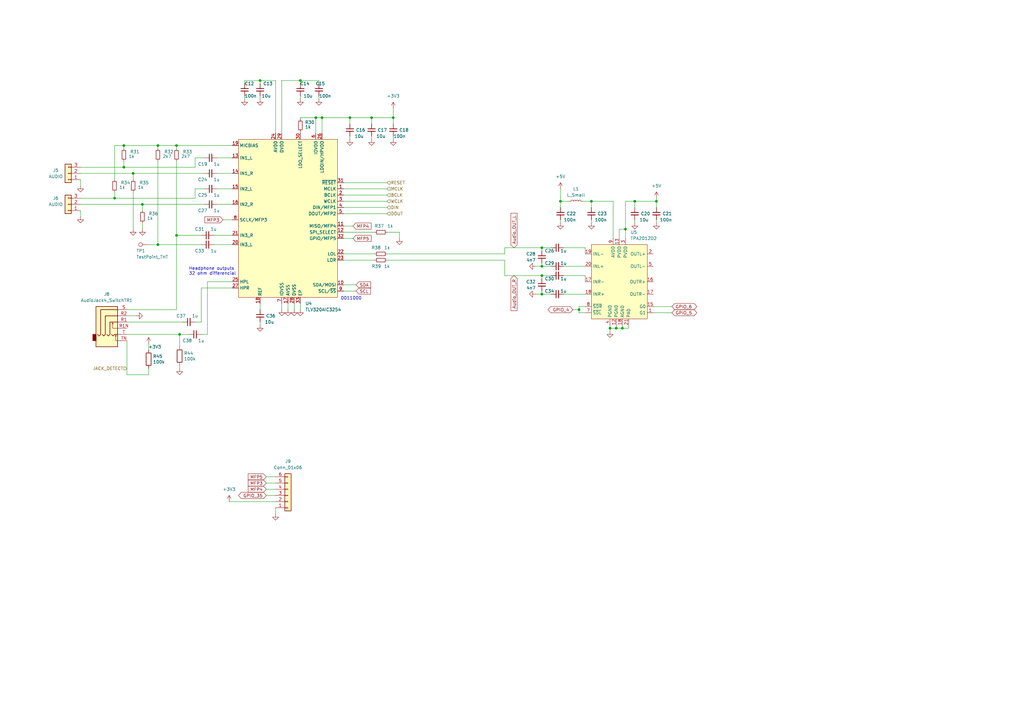
<source format=kicad_sch>
(kicad_sch (version 20211123) (generator eeschema)
  (paper "A3")
  (lib_symbols
    (symbol "Connector:AudioJack4_SwitchTR1"
      (property "Reference" "J" (at 0 11.43 0))
      (property "Value" "AudioJack4_SwitchTR1" (at 0 8.89 0))
      (symbol "AudioJack4_SwitchTR1_0_1"
        (rectangle (start -7.62 -5.08) (end -8.89 -7.62) (stroke (width 0.254)) (fill (type outline)))
        (polyline (pts (xy 1.27 -5.08) (xy 2.54 -5.08)))
        (polyline (pts (xy 1.27 2.54) (xy 2.54 2.54)))
        (polyline (pts (xy 2.54 0) (xy 1.27 0)))
        (polyline (pts (xy 2.54 5.08) (xy 1.27 5.08)))
        (rectangle (start 1.27 6.35) (end -7.62 -10.16) (stroke (width 0.254)) (fill (type background)))
      )
      (symbol "AudioJack4_SwitchTR1_1_1"
        (polyline (pts (xy -0.762 -0.254) (xy -0.508 -0.762)))
        (polyline (pts (xy 0.508 -5.334) (xy 0.762 -5.842)))
        (polyline (pts (xy -1.27 -5.08) (xy -0.635 -5.715) (xy 0 -5.08) (xy 1.27 -5.08)) (stroke (width 0.254)))
        (polyline (pts (xy 2.54 -7.62) (xy 0.508 -7.62) (xy 0.508 -5.334) (xy 0.254 -5.842)))
        (polyline (pts (xy 2.54 -2.54) (xy -0.762 -2.54) (xy -0.762 -0.254) (xy -1.016 -0.762)))
        (polyline (pts (xy -3.175 -5.08) (xy -2.54 -5.715) (xy -1.905 -5.08) (xy -1.905 0) (xy 1.27 0)) (stroke (width 0.254)))
        (polyline (pts (xy 1.27 2.54) (xy -3.81 2.54) (xy -3.81 -5.08) (xy -4.445 -5.715) (xy -5.08 -5.08)) (stroke (width 0.254)))
        (polyline (pts (xy 1.27 5.08) (xy -5.715 5.08) (xy -5.715 -5.08) (xy -6.35 -5.715) (xy -6.985 -5.08)) (stroke (width 0.254)))
        (pin passive line (at 5.08 0 180) (length 2.54) (name "~") (number "R1"))
        (pin passive line (at 5.08 -2.54 180) (length 2.54) (name "~") (number "R1N"))
        (pin passive line (at 5.08 2.54 180) (length 2.54) (name "~") (number "R2"))
        (pin passive line (at 5.08 5.08 180) (length 2.54) (name "~") (number "S"))
        (pin passive line (at 5.08 -5.08 180) (length 2.54) (name "~") (number "T"))
        (pin passive line (at 5.08 -7.62 180) (length 2.54) (name "~") (number "TN"))
      )
    )
    (symbol "Connector:TestPoint" (pin_numbers hide) (pin_names (offset 0.762) hide)
      (property "Reference" "TP" (at 0 6.858 0))
      (property "Value" "TestPoint" (at 0 5.08 0))
      (symbol "TestPoint_0_1"
        (circle (center 0 3.302) (radius 0.762))
      )
      (symbol "TestPoint_1_1"
        (pin passive line (at 0 0 90) (length 2.54) (name "1") (number "1"))
      )
    )
    (symbol "Connector_Generic:Conn_01x03" (pin_names (offset 1.016) hide)
      (property "Reference" "J" (at 0 5.08 0))
      (property "Value" "Conn_01x03" (at 0 -5.08 0))
      (symbol "Conn_01x03_1_1"
        (rectangle (start -1.27 -2.413) (end 0 -2.667) (stroke (width 0.1524)))
        (rectangle (start -1.27 0.127) (end 0 -0.127) (stroke (width 0.1524)))
        (rectangle (start -1.27 2.667) (end 0 2.413) (stroke (width 0.1524)))
        (rectangle (start -1.27 3.81) (end 1.27 -3.81) (stroke (width 0.254)) (fill (type background)))
        (pin passive line (at -5.08 2.54 0) (length 3.81) (name "Pin_1") (number "1"))
        (pin passive line (at -5.08 0 0) (length 3.81) (name "Pin_2") (number "2"))
        (pin passive line (at -5.08 -2.54 0) (length 3.81) (name "Pin_3") (number "3"))
      )
    )
    (symbol "Connector_Generic:Conn_01x06" (pin_names (offset 1.016) hide)
      (property "Reference" "J" (at 0 7.62 0))
      (property "Value" "Conn_01x06" (at 0 -10.16 0))
      (symbol "Conn_01x06_1_1"
        (rectangle (start -1.27 -7.493) (end 0 -7.747) (stroke (width 0.1524)))
        (rectangle (start -1.27 -4.953) (end 0 -5.207) (stroke (width 0.1524)))
        (rectangle (start -1.27 -2.413) (end 0 -2.667) (stroke (width 0.1524)))
        (rectangle (start -1.27 0.127) (end 0 -0.127) (stroke (width 0.1524)))
        (rectangle (start -1.27 2.667) (end 0 2.413) (stroke (width 0.1524)))
        (rectangle (start -1.27 5.207) (end 0 4.953) (stroke (width 0.1524)))
        (rectangle (start -1.27 6.35) (end 1.27 -8.89) (stroke (width 0.254)) (fill (type background)))
        (pin passive line (at -5.08 5.08 0) (length 3.81) (name "Pin_1") (number "1"))
        (pin passive line (at -5.08 2.54 0) (length 3.81) (name "Pin_2") (number "2"))
        (pin passive line (at -5.08 0 0) (length 3.81) (name "Pin_3") (number "3"))
        (pin passive line (at -5.08 -2.54 0) (length 3.81) (name "Pin_4") (number "4"))
        (pin passive line (at -5.08 -5.08 0) (length 3.81) (name "Pin_5") (number "5"))
        (pin passive line (at -5.08 -7.62 0) (length 3.81) (name "Pin_6") (number "6"))
      )
    )
    (symbol "Device:C_Small" (pin_numbers hide) (pin_names (offset 0.254) hide)
      (property "Reference" "C" (at 0.254 1.778 0))
      (property "Value" "C_Small" (at 0.254 -2.032 0))
      (symbol "C_Small_0_1"
        (polyline (pts (xy -1.524 -0.508) (xy 1.524 -0.508)) (stroke (width 0.3302)))
        (polyline (pts (xy -1.524 0.508) (xy 1.524 0.508)) (stroke (width 0.3048)))
      )
      (symbol "C_Small_1_1"
        (pin passive line (at 0 2.54 270) (length 2.032) (name "~") (number "1"))
        (pin passive line (at 0 -2.54 90) (length 2.032) (name "~") (number "2"))
      )
    )
    (symbol "Device:L_Small" (pin_numbers hide) (pin_names (offset 0.254) hide)
      (property "Reference" "L" (at 0.762 1.016 0))
      (property "Value" "L_Small" (at 0.762 -1.016 0))
      (symbol "L_Small_0_1"
        (arc (start 0 -2.032) (mid 0.508 -1.524) (end 0 -1.016))
        (arc (start 0 -1.016) (mid 0.508 -0.508) (end 0 0))
        (arc (start 0 0) (mid 0.508 0.508) (end 0 1.016))
        (arc (start 0 1.016) (mid 0.508 1.524) (end 0 2.032))
      )
      (symbol "L_Small_1_1"
        (pin passive line (at 0 2.54 270) (length 0.508) (name "~") (number "1"))
        (pin passive line (at 0 -2.54 90) (length 0.508) (name "~") (number "2"))
      )
    )
    (symbol "Device:R" (pin_numbers hide) (pin_names (offset 0))
      (property "Reference" "R" (at 2.032 0 90))
      (property "Value" "R" (at 0 0 90))
      (symbol "R_0_1"
        (rectangle (start -1.016 -2.54) (end 1.016 2.54) (stroke (width 0.254)))
      )
      (symbol "R_1_1"
        (pin passive line (at 0 3.81 270) (length 1.27) (name "~") (number "1"))
        (pin passive line (at 0 -3.81 90) (length 1.27) (name "~") (number "2"))
      )
    )
    (symbol "Device:R_Small" (pin_numbers hide) (pin_names (offset 0.254) hide)
      (property "Reference" "R" (at 0.762 0.508 0))
      (property "Value" "R_Small" (at 0.762 -1.016 0))
      (symbol "R_Small_0_1"
        (rectangle (start -0.762 1.778) (end 0.762 -1.778) (stroke (width 0.2032)))
      )
      (symbol "R_Small_1_1"
        (pin passive line (at 0 2.54 270) (length 0.762) (name "~") (number "1"))
        (pin passive line (at 0 -2.54 90) (length 0.762) (name "~") (number "2"))
      )
    )
    (symbol "My_custom_lib:TLV320AIC3254"
      (property "Reference" "U" (at 17.78 34.29 0))
      (property "Value" "TLV320AIC3254" (at -1.27 -19.05 0))
      (symbol "TLV320AIC3254_0_1"
        (rectangle (start -20.32 31.75) (end 20.32 -33.02) (fill (type background)))
      )
      (symbol "TLV320AIC3254_1_1"
        (pin input line (at 22.86 11.43 180) (length 2.54) (name "MCLK") (number "1"))
        (pin input line (at 22.86 -27.94 180) (length 2.54) (name "SDA/MOSI") (number "10"))
        (pin input line (at 22.86 -3.81 180) (length 2.54) (name "MISO/MFP4") (number "11"))
        (pin input line (at 22.86 -6.35 180) (length 2.54) (name "SPI_SELECT") (number "12"))
        (pin input line (at -22.86 24.13 0) (length 2.54) (name "IN1_L") (number "13"))
        (pin input line (at -22.86 17.78 0) (length 2.54) (name "IN1_R") (number "14"))
        (pin input line (at -22.86 11.43 0) (length 2.54) (name "IN2_L") (number "15"))
        (pin input line (at -22.86 5.08 0) (length 2.54) (name "IN2_R") (number "16"))
        (pin power_in line (at 0 -35.56 90) (length 2.54) (name "AVSS") (number "17"))
        (pin input line (at -11.43 -35.56 90) (length 2.54) (name "REF") (number "18"))
        (pin input line (at -22.86 29.21 0) (length 2.54) (name "MICBIAS") (number "19"))
        (pin input line (at 22.86 8.89 180) (length 2.54) (name "BCLK") (number "2"))
        (pin input line (at -22.86 -11.43 0) (length 2.54) (name "IN3_L") (number "20"))
        (pin input line (at -22.86 -7.62 0) (length 2.54) (name "IN3_R") (number "21"))
        (pin input line (at 22.86 -15.24 180) (length 2.54) (name "LOL") (number "22"))
        (pin input line (at 22.86 -17.78 180) (length 2.54) (name "LOR") (number "23"))
        (pin power_in line (at -5.08 34.29 270) (length 2.54) (name "AVDD") (number "24"))
        (pin input line (at -22.86 -26.67 0) (length 2.54) (name "HPL") (number "25"))
        (pin power_in line (at 13.97 34.29 270) (length 2.54) (name "LDOIN/HPVDD") (number "26"))
        (pin input line (at -22.86 -29.21 0) (length 2.54) (name "HPR") (number "27"))
        (pin power_in line (at 2.54 -35.56 90) (length 2.54) (name "DVSS") (number "28"))
        (pin power_in line (at -2.54 34.29 270) (length 2.54) (name "DVDD") (number "29"))
        (pin input line (at 22.86 6.35 180) (length 2.54) (name "WCLK") (number "3"))
        (pin input line (at 5.08 34.29 270) (length 2.54) (name "LDO_SELECT") (number "30"))
        (pin input line (at 22.86 13.97 180) (length 2.54) (name "~{RESET}") (number "31"))
        (pin input line (at 22.86 -8.89 180) (length 2.54) (name "GPIO/MFP5") (number "32"))
        (pin input line (at 5.08 -35.56 90) (length 2.54) (name "EP") (number "33"))
        (pin input line (at 22.86 3.81 180) (length 2.54) (name "DIN/MFP1") (number "4"))
        (pin input line (at 22.86 1.27 180) (length 2.54) (name "DOUT/MFP2") (number "5"))
        (pin power_in line (at 11.43 34.29 270) (length 2.54) (name "IOVDD") (number "6"))
        (pin power_in line (at -2.54 -35.56 90) (length 2.54) (name "IOVSS") (number "7"))
        (pin input line (at -22.86 -1.27 0) (length 2.54) (name "SCLK/MFP3") (number "8"))
        (pin input line (at 22.86 -30.48 180) (length 2.54) (name "SCL/~{SS}") (number "9"))
      )
    )
    (symbol "My_custom_lib:TPA2012D2"
      (property "Reference" "U" (at -1.27 2.54 0))
      (property "Value" "TPA2012D2" (at -1.27 -3.81 0))
      (symbol "TPA2012D2_0_1"
        (rectangle (start -11.43 13.97) (end 11.43 -16.51) (fill (type background)))
      )
      (symbol "TPA2012D2_1_1"
        (pin input line (at 13.97 -13.97 180) (length 2.54) (name "G1") (number "1"))
        (pin power_in line (at -1.27 -19.05 90) (length 2.54) (name "PGND") (number "12"))
        (pin power_in line (at 0 16.51 270) (length 2.54) (name "PVDD") (number "13"))
        (pin input line (at 13.97 -11.43 180) (length 2.54) (name "G0") (number "15"))
        (pin output line (at 13.97 -1.27 180) (length 2.54) (name "OUTR+") (number "16"))
        (pin input line (at -13.97 -1.27 0) (length 2.54) (name "INR-") (number "17"))
        (pin output line (at 13.97 -6.35 180) (length 2.54) (name "OUTR-") (number "17"))
        (pin power_in line (at 1.27 -19.05 90) (length 2.54) (name "AGND") (number "18"))
        (pin input line (at -13.97 -6.35 0) (length 2.54) (name "INR+") (number "18"))
        (pin input line (at -13.97 10.16 0) (length 2.54) (name "INL-") (number "19"))
        (pin output line (at 13.97 10.16 180) (length 2.54) (name "OUTL+") (number "2"))
        (pin input line (at -13.97 5.08 0) (length 2.54) (name "INL+") (number "20"))
        (pin power_in line (at 3.81 -19.05 90) (length 2.54) (name "PAD") (number "21"))
        (pin power_in line (at 2.54 16.51 270) (length 2.54) (name "PVDD") (number "3"))
        (pin power_in line (at -3.81 -19.05 90) (length 2.54) (name "PGND") (number "4"))
        (pin output line (at 13.97 5.08 180) (length 2.54) (name "OUTL-") (number "5"))
        (pin input line (at -13.97 -13.97 0) (length 2.54) (name "~{SDL}") (number "7"))
        (pin input line (at -13.97 -11.43 0) (length 2.54) (name "~{SDR}") (number "8"))
        (pin power_in line (at -2.54 16.51 270) (length 2.54) (name "AVDD") (number "9"))
      )
    )
    (symbol "power:+3V3" (power) (pin_names (offset 0))
      (property "Value" "+3V3" (at 0 3.556 0))
      (symbol "+3V3_0_1"
        (polyline (pts (xy -0.762 1.27) (xy 0 2.54)))
        (polyline (pts (xy 0 0) (xy 0 2.54)))
        (polyline (pts (xy 0 2.54) (xy 0.762 1.27)))
      )
      (symbol "+3V3_1_1"
        (pin power_in line (at 0 0 90) (length 0) hide (name "+3V3") (number "1"))
      )
    )
    (symbol "power:+5V" (power) (pin_names (offset 0))
      (property "Value" "+5V" (at 0 3.556 0))
      (symbol "+5V_0_1"
        (polyline (pts (xy -0.762 1.27) (xy 0 2.54)))
        (polyline (pts (xy 0 0) (xy 0 2.54)))
        (polyline (pts (xy 0 2.54) (xy 0.762 1.27)))
      )
      (symbol "+5V_1_1"
        (pin power_in line (at 0 0 90) (length 0) hide (name "+5V") (number "1"))
      )
    )
    (symbol "power:GND" (power) (pin_names (offset 0))
      (property "Value" "GND" (at 0 -3.81 0))
      (symbol "GND_0_1"
        (polyline (pts (xy 0 0) (xy 0 -1.27) (xy 1.27 -1.27) (xy 0 -2.54) (xy -1.27 -1.27) (xy 0 -1.27)))
      )
      (symbol "GND_1_1"
        (pin power_in line (at 0 0 270) (length 0) hide (name "GND") (number "1"))
      )
    )
  )
  (junction (at 222.25 109.22))
  (junction (at 73.66 137.16))
  (junction (at 152.4 48.26))
  (junction (at 242.57 82.55))
  (junction (at 229.87 82.55))
  (junction (at 46.99 81.28))
  (junction (at 64.77 100.33))
  (junction (at 50.8 68.58))
  (junction (at 72.39 96.52))
  (junction (at 106.68 33.02))
  (junction (at 72.39 59.69))
  (junction (at 222.25 101.6))
  (junction (at 58.42 83.82))
  (junction (at 255.27 134.62))
  (junction (at 123.19 33.02))
  (junction (at 222.25 113.03))
  (junction (at 250.19 134.62))
  (junction (at 129.54 48.26))
  (junction (at 143.51 48.26))
  (junction (at 50.8 59.69))
  (junction (at 54.61 71.12))
  (junction (at 260.35 82.55))
  (junction (at 161.29 48.26))
  (junction (at 64.77 59.69))
  (junction (at 237.49 127))
  (junction (at 256.54 93.98))
  (junction (at 269.24 82.55))
  (junction (at 132.08 48.26))
  (junction (at 252.73 134.62))
  (junction (at 222.25 120.65))
  (wire (pts (xy 113.03 203.2) (xy 109.22 203.2)))
  (wire (pts (xy 50.8 59.69) (xy 64.77 59.69)))
  (wire (pts (xy 222.25 120.65) (xy 226.06 120.65)))
  (wire (pts (xy 251.46 82.55) (xy 251.46 97.79)))
  (wire (pts (xy 222.25 113.03) (xy 222.25 114.3)))
  (wire (pts (xy 143.51 48.26) (xy 152.4 48.26)))
  (wire (pts (xy 46.99 81.28) (xy 33.02 81.28)))
  (wire (pts (xy 132.08 48.26) (xy 143.51 48.26)))
  (wire (pts (xy 222.25 107.95) (xy 222.25 109.22)))
  (wire (pts (xy 50.8 59.69) (xy 46.99 59.69)))
  (wire (pts (xy 163.83 95.25) (xy 163.83 97.79)))
  (wire (pts (xy 129.54 54.61) (xy 129.54 48.26)))
  (wire (pts (xy 33.02 71.12) (xy 54.61 71.12)))
  (wire (pts (xy 85.09 115.57) (xy 85.09 137.16)))
  (wire (pts (xy 158.75 104.14) (xy 207.01 104.14)))
  (wire (pts (xy 72.39 59.69) (xy 95.25 59.69)))
  (wire (pts (xy 237.49 125.73) (xy 240.03 125.73)))
  (wire (pts (xy 123.19 48.26) (xy 129.54 48.26)))
  (wire (pts (xy 64.77 59.69) (xy 64.77 60.96)))
  (wire (pts (xy 87.63 96.52) (xy 95.25 96.52)))
  (wire (pts (xy 153.67 106.68) (xy 140.97 106.68)))
  (wire (pts (xy 132.08 48.26) (xy 132.08 54.61)))
  (wire (pts (xy 158.75 85.09) (xy 140.97 85.09)))
  (wire (pts (xy 251.46 82.55) (xy 242.57 82.55)))
  (wire (pts (xy 207.01 101.6) (xy 222.25 101.6)))
  (wire (pts (xy 153.67 104.14) (xy 140.97 104.14)))
  (wire (pts (xy 72.39 96.52) (xy 82.55 96.52)))
  (wire (pts (xy 161.29 48.26) (xy 161.29 44.45)))
  (wire (pts (xy 106.68 33.02) (xy 113.03 33.02)))
  (wire (pts (xy 50.8 59.69) (xy 50.8 60.96)))
  (wire (pts (xy 161.29 48.26) (xy 161.29 50.8)))
  (wire (pts (xy 250.19 134.62) (xy 250.19 135.89)))
  (wire (pts (xy 144.78 97.79) (xy 140.97 97.79)))
  (wire (pts (xy 72.39 66.04) (xy 72.39 96.52)))
  (wire (pts (xy 158.75 87.63) (xy 140.97 87.63)))
  (wire (pts (xy 113.03 205.74) (xy 93.98 205.74)))
  (wire (pts (xy 64.77 59.69) (xy 72.39 59.69)))
  (wire (pts (xy 120.65 124.46) (xy 120.65 127)))
  (wire (pts (xy 229.87 82.55) (xy 229.87 85.09)))
  (wire (pts (xy 158.75 80.01) (xy 140.97 80.01)))
  (wire (pts (xy 256.54 93.98) (xy 256.54 97.79)))
  (wire (pts (xy 234.95 127) (xy 237.49 127)))
  (wire (pts (xy 123.19 39.37) (xy 123.19 40.64)))
  (wire (pts (xy 240.03 109.22) (xy 231.14 109.22)))
  (wire (pts (xy 240.03 101.6) (xy 231.14 101.6)))
  (wire (pts (xy 255.27 134.62) (xy 257.81 134.62)))
  (wire (pts (xy 106.68 39.37) (xy 106.68 40.64)))
  (wire (pts (xy 106.68 132.08) (xy 106.68 133.35)))
  (wire (pts (xy 222.25 109.22) (xy 226.06 109.22)))
  (wire (pts (xy 54.61 78.74) (xy 54.61 93.98)))
  (wire (pts (xy 158.75 95.25) (xy 163.83 95.25)))
  (wire (pts (xy 33.02 73.66) (xy 33.02 76.2)))
  (wire (pts (xy 46.99 78.74) (xy 46.99 81.28)))
  (wire (pts (xy 275.59 125.73) (xy 267.97 125.73)))
  (wire (pts (xy 46.99 81.28) (xy 80.01 81.28)))
  (wire (pts (xy 113.03 195.58) (xy 109.22 195.58)))
  (wire (pts (xy 252.73 133.35) (xy 252.73 134.62)))
  (wire (pts (xy 143.51 48.26) (xy 143.51 50.8)))
  (wire (pts (xy 144.78 92.71) (xy 140.97 92.71)))
  (wire (pts (xy 115.57 33.02) (xy 123.19 33.02)))
  (wire (pts (xy 152.4 48.26) (xy 161.29 48.26)))
  (wire (pts (xy 130.81 33.02) (xy 130.81 34.29)))
  (wire (pts (xy 123.19 33.02) (xy 123.19 34.29)))
  (wire (pts (xy 146.05 119.38) (xy 140.97 119.38)))
  (wire (pts (xy 50.8 68.58) (xy 33.02 68.58)))
  (wire (pts (xy 250.19 133.35) (xy 250.19 134.62)))
  (wire (pts (xy 123.19 33.02) (xy 130.81 33.02)))
  (wire (pts (xy 269.24 81.28) (xy 269.24 82.55)))
  (wire (pts (xy 158.75 74.93) (xy 140.97 74.93)))
  (wire (pts (xy 82.55 132.08) (xy 80.01 132.08)))
  (wire (pts (xy 242.57 82.55) (xy 242.57 85.09)))
  (wire (pts (xy 73.66 149.86) (xy 73.66 151.13)))
  (wire (pts (xy 140.97 95.25) (xy 153.67 95.25)))
  (wire (pts (xy 54.61 71.12) (xy 83.82 71.12)))
  (wire (pts (xy 240.03 113.03) (xy 231.14 113.03)))
  (wire (pts (xy 33.02 86.36) (xy 33.02 88.9)))
  (wire (pts (xy 72.39 96.52) (xy 72.39 127)))
  (wire (pts (xy 158.75 106.68) (xy 207.01 106.68)))
  (wire (pts (xy 260.35 82.55) (xy 260.35 85.09)))
  (wire (pts (xy 240.03 113.03) (xy 240.03 115.57)))
  (wire (pts (xy 64.77 100.33) (xy 82.55 100.33)))
  (wire (pts (xy 129.54 48.26) (xy 132.08 48.26)))
  (wire (pts (xy 254 93.98) (xy 254 97.79)))
  (wire (pts (xy 260.35 82.55) (xy 269.24 82.55)))
  (wire (pts (xy 240.03 120.65) (xy 231.14 120.65)))
  (wire (pts (xy 207.01 113.03) (xy 222.25 113.03)))
  (wire (pts (xy 256.54 82.55) (xy 260.35 82.55)))
  (wire (pts (xy 88.9 83.82) (xy 95.25 83.82)))
  (wire (pts (xy 60.96 143.51) (xy 60.96 140.97)))
  (wire (pts (xy 33.02 83.82) (xy 58.42 83.82)))
  (wire (pts (xy 219.71 120.65) (xy 222.25 120.65)))
  (wire (pts (xy 250.19 134.62) (xy 252.73 134.62)))
  (wire (pts (xy 158.75 82.55) (xy 140.97 82.55)))
  (wire (pts (xy 237.49 128.27) (xy 237.49 127)))
  (wire (pts (xy 115.57 124.46) (xy 115.57 127)))
  (wire (pts (xy 146.05 116.84) (xy 140.97 116.84)))
  (wire (pts (xy 82.55 137.16) (xy 85.09 137.16)))
  (wire (pts (xy 52.07 132.08) (xy 74.93 132.08)))
  (wire (pts (xy 58.42 83.82) (xy 58.42 86.36)))
  (wire (pts (xy 58.42 91.44) (xy 58.42 93.98)))
  (wire (pts (xy 238.76 82.55) (xy 242.57 82.55)))
  (wire (pts (xy 115.57 33.02) (xy 115.57 54.61)))
  (wire (pts (xy 52.07 139.7) (xy 52.07 153.67)))
  (wire (pts (xy 52.07 129.54) (xy 55.88 129.54)))
  (wire (pts (xy 260.35 90.17) (xy 260.35 91.44)))
  (wire (pts (xy 91.44 90.17) (xy 95.25 90.17)))
  (wire (pts (xy 95.25 77.47) (xy 88.9 77.47)))
  (wire (pts (xy 60.96 100.33) (xy 64.77 100.33)))
  (wire (pts (xy 52.07 153.67) (xy 60.96 153.67)))
  (wire (pts (xy 240.03 101.6) (xy 240.03 104.14)))
  (wire (pts (xy 50.8 66.04) (xy 50.8 68.58)))
  (wire (pts (xy 73.66 137.16) (xy 77.47 137.16)))
  (wire (pts (xy 257.81 133.35) (xy 257.81 134.62)))
  (wire (pts (xy 95.25 64.77) (xy 88.9 64.77)))
  (wire (pts (xy 123.19 54.61) (xy 123.19 53.975)))
  (wire (pts (xy 80.01 77.47) (xy 80.01 81.28)))
  (wire (pts (xy 46.99 59.69) (xy 46.99 73.66)))
  (wire (pts (xy 275.59 128.27) (xy 267.97 128.27)))
  (wire (pts (xy 240.03 128.27) (xy 237.49 128.27)))
  (wire (pts (xy 73.66 137.16) (xy 73.66 142.24)))
  (wire (pts (xy 113.03 198.12) (xy 109.22 198.12)))
  (wire (pts (xy 100.33 33.02) (xy 100.33 34.29)))
  (wire (pts (xy 64.77 66.04) (xy 64.77 100.33)))
  (wire (pts (xy 130.81 39.37) (xy 130.81 40.64)))
  (wire (pts (xy 52.07 137.16) (xy 73.66 137.16)))
  (wire (pts (xy 88.9 71.12) (xy 95.25 71.12)))
  (wire (pts (xy 269.24 82.55) (xy 269.24 85.09)))
  (wire (pts (xy 219.71 109.22) (xy 222.25 109.22)))
  (wire (pts (xy 113.03 33.02) (xy 113.03 54.61)))
  (wire (pts (xy 161.29 55.88) (xy 161.29 57.15)))
  (wire (pts (xy 113.03 200.66) (xy 109.22 200.66)))
  (wire (pts (xy 83.82 77.47) (xy 80.01 77.47)))
  (wire (pts (xy 207.01 113.03) (xy 207.01 106.68)))
  (wire (pts (xy 85.09 115.57) (xy 95.25 115.57)))
  (wire (pts (xy 222.25 101.6) (xy 222.25 102.87)))
  (wire (pts (xy 242.57 90.17) (xy 242.57 91.44)))
  (wire (pts (xy 82.55 118.11) (xy 82.55 132.08)))
  (wire (pts (xy 229.87 77.47) (xy 229.87 82.55)))
  (wire (pts (xy 222.25 101.6) (xy 226.06 101.6)))
  (wire (pts (xy 72.39 59.69) (xy 72.39 60.96)))
  (wire (pts (xy 95.25 100.33) (xy 87.63 100.33)))
  (wire (pts (xy 222.25 119.38) (xy 222.25 120.65)))
  (wire (pts (xy 82.55 118.11) (xy 95.25 118.11)))
  (wire (pts (xy 123.19 124.46) (xy 123.19 127)))
  (wire (pts (xy 256.54 93.98) (xy 256.54 82.55)))
  (wire (pts (xy 83.82 64.77) (xy 80.01 64.77)))
  (wire (pts (xy 229.87 82.55) (xy 233.68 82.55)))
  (wire (pts (xy 100.33 39.37) (xy 100.33 40.64)))
  (wire (pts (xy 100.33 33.02) (xy 106.68 33.02)))
  (wire (pts (xy 143.51 55.88) (xy 143.51 57.15)))
  (wire (pts (xy 229.87 90.17) (xy 229.87 91.44)))
  (wire (pts (xy 207.01 101.6) (xy 207.01 104.14)))
  (wire (pts (xy 158.75 77.47) (xy 140.97 77.47)))
  (wire (pts (xy 113.03 208.28) (xy 113.03 210.82)))
  (wire (pts (xy 123.19 48.895) (xy 123.19 48.26)))
  (wire (pts (xy 252.73 134.62) (xy 255.27 134.62)))
  (wire (pts (xy 254 93.98) (xy 256.54 93.98)))
  (wire (pts (xy 152.4 48.26) (xy 152.4 50.8)))
  (wire (pts (xy 118.11 124.46) (xy 118.11 127)))
  (wire (pts (xy 269.24 90.17) (xy 269.24 91.44)))
  (wire (pts (xy 106.68 124.46) (xy 106.68 127)))
  (wire (pts (xy 58.42 83.82) (xy 83.82 83.82)))
  (wire (pts (xy 52.07 127) (xy 72.39 127)))
  (wire (pts (xy 255.27 133.35) (xy 255.27 134.62)))
  (wire (pts (xy 152.4 55.88) (xy 152.4 57.15)))
  (wire (pts (xy 60.96 153.67) (xy 60.96 151.13)))
  (wire (pts (xy 222.25 113.03) (xy 226.06 113.03)))
  (wire (pts (xy 106.68 34.29) (xy 106.68 33.02)))
  (wire (pts (xy 237.49 127) (xy 237.49 125.73)))
  (wire (pts (xy 80.01 68.58) (xy 50.8 68.58)))
  (wire (pts (xy 54.61 71.12) (xy 54.61 73.66)))
  (wire (pts (xy 80.01 64.77) (xy 80.01 68.58)))
  (text "Headphone outputs\n32 ohm differencial" (at 77.47 113.03 0) (effects (font (size 1.27 1.27)) (justify left bottom)))
  (text "0011000" (at 139.7 123.19 0) (effects (font (size 1.27 1.27)) (justify left bottom)))
  (global_label "Audio_OUT_R" (shape input) (at 210.82 113.03 270) (property "Intersheet References" "${INTERSHEET_REFS}" (effects hide)))
  (global_label "SDA" (shape input) (at 146.05 116.84 0) (property "Intersheet References" "${INTERSHEET_REFS}" (effects hide)))
  (global_label "MFP5" (shape input) (at 109.22 195.58 180) (property "Intersheet References" "${INTERSHEET_REFS}" (effects hide)))
  (global_label "MFP4" (shape input) (at 144.78 92.71 0) (property "Intersheet References" "${INTERSHEET_REFS}" (effects hide)))
  (global_label "Audio_OUT_L" (shape input) (at 210.82 101.6 90) (property "Intersheet References" "${INTERSHEET_REFS}" (effects hide)))
  (global_label "MFP4" (shape input) (at 109.22 200.66 180) (property "Intersheet References" "${INTERSHEET_REFS}" (effects hide)))
  (global_label "MFP5" (shape input) (at 144.78 97.79 0) (property "Intersheet References" "${INTERSHEET_REFS}" (effects hide)))
  (global_label "MFP3" (shape input) (at 109.22 198.12 180) (property "Intersheet References" "${INTERSHEET_REFS}" (effects hide)))
  (global_label "GPIO_4" (shape bidirectional) (at 234.95 127 180) (property "Intersheet References" "${INTERSHEET_REFS}" (effects hide)))
  (global_label "MFP3" (shape input) (at 91.44 90.17 180) (property "Intersheet References" "${INTERSHEET_REFS}" (effects hide)))
  (global_label "SCL" (shape input) (at 146.05 119.38 0) (property "Intersheet References" "${INTERSHEET_REFS}" (effects hide)))
  (global_label "GPIO_6" (shape bidirectional) (at 275.59 125.73 0) (property "Intersheet References" "${INTERSHEET_REFS}" (effects hide)))
  (global_label "GPIO_35" (shape bidirectional) (at 109.22 203.2 180) (property "Intersheet References" "${INTERSHEET_REFS}" (effects hide)))
  (global_label "GPIO_5" (shape bidirectional) (at 275.59 128.27 0) (property "Intersheet References" "${INTERSHEET_REFS}" (effects hide)))
  (hierarchical_label "JACK_DETECT" (shape input) (at 52.07 151.13 180))
  (hierarchical_label "MCLK" (shape input) (at 158.75 77.47 0))
  (hierarchical_label "DOUT" (shape input) (at 158.75 87.63 0))
  (hierarchical_label "WCLK" (shape input) (at 158.75 82.55 0))
  (hierarchical_label "RESET" (shape input) (at 158.75 74.93 0))
  (hierarchical_label "DIN" (shape input) (at 158.75 85.09 0))
  (hierarchical_label "BCLK" (shape input) (at 158.75 80.01 0))
  (symbol (lib_id "power:+3V3") (at 93.98 205.74 0) (mirror y) (unit 1)
    (property "Reference" "#PWR078" (effects hide))
    (property "Value" "+3V3" (at 93.98 200.66 0))
  )
  (symbol (lib_id "power:GND") (at 143.51 57.15 0) (mirror y) (unit 1)
    (property "Reference" "#PWR039" (effects hide))
    (property "Value" "GND" (effects hide))
  )
  (symbol (lib_id "power:GND") (at 115.57 127 0) (unit 1)
    (property "Reference" "#PWR065" (effects hide))
    (property "Value" "GND" (effects hide))
  )
  (symbol (lib_id "Device:C_Small") (at 222.25 105.41 0) (mirror y) (unit 1)
    (property "Reference" "C28" (at 219.71 104.14 0) (effects (justify left)))
    (property "Value" "4n7" (at 219.71 106.68 0) (effects (justify left)))
    (property "Footprint" "Capacitor_SMD:C_0603_1608Metric_Pad1.08x0.95mm_HandSolder" (effects hide))
    (property "Datasheet" "https://jlcpcb.com/partdetail/55004-0603B472K500NT/C53987" (effects hide))
    (property "LCSC" "C53987" (effects hide))
  )
  (symbol (lib_id "Connector_Generic:Conn_01x06") (at 118.11 203.2 0) (mirror x) (unit 1)
    (property "Reference" "J9" (at 118.11 189.23 0))
    (property "Value" "Conn_01x06" (at 118.11 191.77 0))
    (property "Footprint" "Connector_PinHeader_2.54mm:PinHeader_1x06_P2.54mm_Vertical" (effects hide))
  )
  (symbol (lib_id "Device:C_Small") (at 123.19 36.83 0) (mirror y) (unit 1)
    (property "Reference" "C14" (at 127 34.29 0) (effects (justify left)))
    (property "Value" "10u" (at 128.27 39.37 0) (effects (justify left)))
    (property "Footprint" "Capacitor_SMD:C_0805_2012Metric" (effects hide))
    (property "LCSC" "C15850" (effects hide))
  )
  (symbol (lib_id "power:GND") (at 106.68 40.64 0) (mirror y) (unit 1)
    (property "Reference" "#PWR035" (effects hide))
    (property "Value" "GND" (effects hide))
  )
  (symbol (lib_id "power:+3V3") (at 161.29 44.45 0) (unit 1)
    (property "Reference" "#PWR038" (effects hide))
    (property "Value" "+3V3" (at 161.29 39.37 0))
  )
  (symbol (lib_id "power:+3V3") (at 60.96 140.97 0) (unit 1)
    (property "Reference" "#PWR072" (effects hide))
    (property "Value" "+3V3" (at 63.5 142.24 0))
  )
  (symbol (lib_id "Device:C_Small") (at 260.35 87.63 0) (mirror y) (unit 1)
    (property "Reference" "C20" (at 266.7 87.63 0) (effects (justify left)))
    (property "Value" "10u" (at 266.065 90.17 0) (effects (justify left)))
    (property "Footprint" "Capacitor_SMD:C_0805_2012Metric" (effects hide))
    (property "LCSC" "C15850" (effects hide))
  )
  (symbol (lib_id "power:GND") (at 250.19 135.89 0) (unit 1)
    (property "Reference" "#PWR060" (effects hide))
    (property "Value" "GND" (effects hide))
  )
  (symbol (lib_id "power:GND") (at 219.71 109.22 270) (unit 1)
    (property "Reference" "#PWR051" (effects hide))
    (property "Value" "GND" (effects hide))
  )
  (symbol (lib_id "Device:R_Small") (at 54.61 76.2 0) (unit 1)
    (property "Reference" "R35" (at 57.15 74.93 0) (effects (justify left)))
    (property "Value" "1k" (at 56.515 76.835 0) (effects (justify left)))
    (property "Footprint" "Resistor_SMD:R_0603_1608Metric_Pad0.98x0.95mm_HandSolder" (effects hide))
    (property "LCSC" "C21190" (effects hide))
  )
  (symbol (lib_id "power:GND") (at 123.19 127 0) (unit 1)
    (property "Reference" "#PWR068" (effects hide))
    (property "Value" "GND" (effects hide))
  )
  (symbol (lib_id "Device:C_Small") (at 86.36 83.82 90) (mirror x) (unit 1)
    (property "Reference" "C27" (at 85.09 86.36 90) (effects (justify left)))
    (property "Value" "1u" (at 90.17 86.36 90) (effects (justify left)))
    (property "Footprint" "Capacitor_SMD:C_0603_1608Metric_Pad1.08x0.95mm_HandSolder" (effects hide))
    (property "Datasheet" "https://jlcpcb.com/partdetail/16531-CL10A105KB8NNNC/C15849" (effects hide))
    (property "LCSC" "C15849" (effects hide))
  )
  (symbol (lib_id "power:GND") (at 100.33 40.64 0) (unit 1)
    (property "Reference" "#PWR034" (effects hide))
    (property "Value" "GND" (effects hide))
  )
  (symbol (lib_id "power:GND") (at 33.02 88.9 0) (unit 1)
    (property "Reference" "#PWR050" (effects hide))
    (property "Value" "GND" (effects hide))
  )
  (symbol (lib_id "power:GND") (at 161.29 57.15 0) (mirror y) (unit 1)
    (property "Reference" "#PWR041" (effects hide))
    (property "Value" "GND" (effects hide))
  )
  (symbol (lib_id "Device:R") (at 60.96 147.32 0) (unit 1)
    (property "Reference" "R45" (at 62.738 146.1516 0) (effects (justify left)))
    (property "Value" "100k" (at 62.738 148.463 0) (effects (justify left)))
    (property "Footprint" "Resistor_SMD:R_0805_2012Metric" (effects hide))
    (property "Datasheet" "https://datasheet.lcsc.com/lcsc/1808271910_UNI-ROYAL-Uniroyal-Elec-0805W8F1003T5E_C17407.pdf" (effects hide))
    (property "LCSC" "C149504" (effects hide))
  )
  (symbol (lib_id "power:GND") (at 123.19 40.64 0) (mirror y) (unit 1)
    (property "Reference" "#PWR036" (effects hide))
    (property "Value" "GND" (effects hide))
  )
  (symbol (lib_id "Device:C_Small") (at 100.33 36.83 0) (unit 1)
    (property "Reference" "C12" (at 100.33 34.29 0) (effects (justify left)))
    (property "Value" "100n" (at 100.33 39.37 0) (effects (justify left)))
    (property "Footprint" "Capacitor_SMD:C_0603_1608Metric_Pad1.08x0.95mm_HandSolder" (effects hide))
    (property "LCSC" "C14663" (effects hide))
  )
  (symbol (lib_id "Device:C_Small") (at 229.87 87.63 0) (mirror y) (unit 1)
    (property "Reference" "C22" (at 236.22 87.63 0) (effects (justify left)))
    (property "Value" "100n" (at 236.22 90.17 0) (effects (justify left)))
    (property "Footprint" "Capacitor_SMD:C_0603_1608Metric_Pad1.08x0.95mm_HandSolder" (effects hide))
    (property "LCSC" "C14663" (effects hide))
  )
  (symbol (lib_id "Device:C_Small") (at 106.68 129.54 0) (mirror y) (unit 1)
    (property "Reference" "C36" (at 113.03 129.54 0) (effects (justify left)))
    (property "Value" "10u" (at 112.395 132.08 0) (effects (justify left)))
    (property "Footprint" "Capacitor_SMD:C_0805_2012Metric" (effects hide))
    (property "LCSC" "C15850" (effects hide))
  )
  (symbol (lib_id "power:GND") (at 118.11 127 0) (unit 1)
    (property "Reference" "#PWR066" (effects hide))
    (property "Value" "GND" (effects hide))
  )
  (symbol (lib_id "power:GND") (at 33.02 76.2 0) (unit 1)
    (property "Reference" "#PWR049" (effects hide))
    (property "Value" "GND" (effects hide))
  )
  (symbol (lib_id "Connector_Generic:Conn_01x03") (at 27.94 83.82 180) (unit 1)
    (property "Reference" "J6" (at 22.86 81.28 0))
    (property "Value" "AUDIO" (at 22.86 83.82 0))
    (property "Footprint" "Connector_PinHeader_2.54mm:PinHeader_1x03_P2.54mm_Vertical" (effects hide))
  )
  (symbol (lib_id "Device:C_Small") (at 86.36 77.47 90) (mirror x) (unit 1)
    (property "Reference" "C25" (at 85.09 80.01 90) (effects (justify left)))
    (property "Value" "1u" (at 90.17 80.01 90) (effects (justify left)))
    (property "Footprint" "Capacitor_SMD:C_0603_1608Metric_Pad1.08x0.95mm_HandSolder" (effects hide))
    (property "Datasheet" "https://jlcpcb.com/partdetail/16531-CL10A105KB8NNNC/C15849" (effects hide))
    (property "LCSC" "C15849" (effects hide))
  )
  (symbol (lib_id "Connector:AudioJack4_SwitchTR1") (at 46.99 132.08 0) (unit 1)
    (property "Reference" "J8" (at 43.7515 120.65 0))
    (property "Value" "AudioJack4_SwitchTR1" (at 43.7515 123.19 0))
    (property "Footprint" "Z_mycustom_footprint_lib:PJ-316A-6A" (effects hide))
    (property "LCSC" "C128987" (effects hide))
  )
  (symbol (lib_id "Device:C_Small") (at 161.29 53.34 0) (mirror y) (unit 1)
    (property "Reference" "C18" (at 167.64 53.34 0) (effects (justify left)))
    (property "Value" "100n" (at 166.37 55.88 0) (effects (justify left)))
    (property "Footprint" "Capacitor_SMD:C_0603_1608Metric_Pad1.08x0.95mm_HandSolder" (effects hide))
    (property "LCSC" "C14663" (effects hide))
  )
  (symbol (lib_id "Device:R_Small") (at 156.21 104.14 90) (unit 1)
    (property "Reference" "R38" (at 156.21 101.6 90) (effects (justify left)))
    (property "Value" "1k" (at 160.02 101.6 90) (effects (justify left)))
    (property "Footprint" "Resistor_SMD:R_0603_1608Metric_Pad0.98x0.95mm_HandSolder" (effects hide))
    (property "LCSC" "C21190" (effects hide))
  )
  (symbol (lib_id "power:GND") (at 106.68 133.35 0) (mirror y) (unit 1)
    (property "Reference" "#PWR070" (effects hide))
    (property "Value" "GND" (effects hide))
  )
  (symbol (lib_id "Device:R_Small") (at 123.19 51.435 0) (unit 1)
    (property "Reference" "R30" (at 125.095 50.165 0) (effects (justify left)))
    (property "Value" "1k" (at 125.095 52.07 0) (effects (justify left)))
    (property "Footprint" "Resistor_SMD:R_0603_1608Metric_Pad0.98x0.95mm_HandSolder" (effects hide))
    (property "LCSC" "C21190" (effects hide))
  )
  (symbol (lib_id "Device:C_Small") (at 85.09 100.33 90) (mirror x) (unit 1)
    (property "Reference" "C33" (at 83.82 102.87 90) (effects (justify left)))
    (property "Value" "1u" (at 88.9 102.87 90) (effects (justify left)))
    (property "Footprint" "Capacitor_SMD:C_0603_1608Metric_Pad1.08x0.95mm_HandSolder" (effects hide))
    (property "Datasheet" "https://jlcpcb.com/partdetail/16531-CL10A105KB8NNNC/C15849" (effects hide))
    (property "LCSC" "C15849" (effects hide))
  )
  (symbol (lib_id "Device:R_Small") (at 46.99 76.2 0) (unit 1)
    (property "Reference" "R34" (at 49.53 74.93 0) (effects (justify left)))
    (property "Value" "1k" (at 48.895 76.835 0) (effects (justify left)))
    (property "Footprint" "Resistor_SMD:R_0603_1608Metric_Pad0.98x0.95mm_HandSolder" (effects hide))
    (property "LCSC" "C21190" (effects hide))
  )
  (symbol (lib_id "Device:C_Small") (at 228.6 109.22 90) (mirror x) (unit 1)
    (property "Reference" "C29" (at 227.33 107.95 90) (effects (justify left)))
    (property "Value" "1u" (at 232.41 107.95 90) (effects (justify left)))
    (property "Footprint" "Capacitor_SMD:C_0603_1608Metric_Pad1.08x0.95mm_HandSolder" (effects hide))
    (property "Datasheet" "https://jlcpcb.com/partdetail/16531-CL10A105KB8NNNC/C15849" (effects hide))
    (property "LCSC" "C15849" (effects hide))
  )
  (symbol (lib_id "power:GND") (at 73.66 151.13 0) (mirror y) (unit 1)
    (property "Reference" "#PWR075" (effects hide))
    (property "Value" "GND" (effects hide))
  )
  (symbol (lib_id "Device:C_Small") (at 80.01 137.16 90) (mirror x) (unit 1)
    (property "Reference" "C38" (at 78.74 139.7 90) (effects (justify left)))
    (property "Value" "1u" (at 83.82 139.7 90) (effects (justify left)))
    (property "Footprint" "Capacitor_SMD:C_0603_1608Metric_Pad1.08x0.95mm_HandSolder" (effects hide))
    (property "Datasheet" "https://jlcpcb.com/partdetail/16531-CL10A105KB8NNNC/C15849" (effects hide))
    (property "LCSC" "C15849" (effects hide))
  )
  (symbol (lib_id "Device:L_Small") (at 236.22 82.55 90) (unit 1)
    (property "Reference" "L1" (at 236.22 77.47 90))
    (property "Value" "L_Small" (at 236.22 80.01 90))
    (property "Footprint" "Inductor_SMD:L_0603_1608Metric" (effects hide))
    (property "LCSC" "C13415" (effects hide))
  )
  (symbol (lib_id "power:+5V") (at 269.24 81.28 0) (unit 1)
    (property "Reference" "#PWR043" (effects hide))
    (property "Value" "+5V" (at 269.24 76.2 0))
  )
  (symbol (lib_id "power:GND") (at 163.83 97.79 0) (unit 1)
    (property "Reference" "#PWR056" (effects hide))
    (property "Value" "GND" (effects hide))
  )
  (symbol (lib_id "My_custom_lib:TLV320AIC3254") (at 118.11 88.9 0) (unit 1)
    (property "Reference" "U4" (at 125.2094 124.46 0) (effects (justify left)))
    (property "Value" "TLV320AIC3254" (at 125.2094 127 0) (effects (justify left)))
    (property "Footprint" "Package_DFN_QFN:QFN-32-1EP_5x5mm_P0.5mm_EP3.1x3.1mm_ThermalVias" (effects hide))
    (property "Datasheet" "https://www.ti.com/cn/lit/ds/symlink/tlv320aic3254.pdf?ts=1676901627751&ref_url=https%253A%252F%252Fjlcpcb.com%252F" (effects hide))
    (property "SITE" "https://jlcpcb.com/partdetail/TexasInstruments-TLV320AIC3254IRHBR/C9925" (effects hide))
    (property "LCSC" "C9925" (effects hide))
  )
  (symbol (lib_id "My_custom_lib:TPA2012D2") (at 254 114.3 0) (unit 1)
    (property "Reference" "U5" (at 258.5594 95.25 0) (effects (justify left)))
    (property "Value" "TPA2012D2" (at 258.5594 97.79 0) (effects (justify left)))
    (property "Footprint" "Package_DFN_QFN:QFN-20-1EP_4x4mm_P0.5mm_EP2.6x2.6mm_ThermalVias" (effects hide))
    (property "Datasheet" "https://www.ti.com/cn/lit/ds/symlink/tpa2012d2.pdf?ts=1677331699302&ref_url=https%253A%252F%252Fjlcpcb.com%252F" (effects hide))
    (property "LCSC" "C7717" (effects hide))
  )
  (symbol (lib_id "Device:C_Small") (at 228.6 113.03 90) (mirror x) (unit 1)
    (property "Reference" "C30" (at 227.33 114.3 90) (effects (justify left)))
    (property "Value" "1u" (at 232.41 114.3 90) (effects (justify left)))
    (property "Footprint" "Capacitor_SMD:C_0603_1608Metric_Pad1.08x0.95mm_HandSolder" (effects hide))
    (property "Datasheet" "https://jlcpcb.com/partdetail/16531-CL10A105KB8NNNC/C15849" (effects hide))
    (property "LCSC" "C15849" (effects hide))
  )
  (symbol (lib_id "power:+5V") (at 229.87 77.47 0) (unit 1)
    (property "Reference" "#PWR042" (effects hide))
    (property "Value" "+5V" (at 229.87 72.39 0))
  )
  (symbol (lib_id "Device:C_Small") (at 152.4 53.34 0) (mirror y) (unit 1)
    (property "Reference" "C17" (at 158.75 53.34 0) (effects (justify left)))
    (property "Value" "10u" (at 158.115 55.88 0) (effects (justify left)))
    (property "Footprint" "Capacitor_SMD:C_0805_2012Metric" (effects hide))
    (property "LCSC" "C15850" (effects hide))
  )
  (symbol (lib_id "Device:R_Small") (at 64.77 63.5 0) (unit 1)
    (property "Reference" "R32" (at 67.31 62.23 0) (effects (justify left)))
    (property "Value" "2k7" (at 66.675 64.135 0) (effects (justify left)))
    (property "Footprint" "Resistor_SMD:R_0603_1608Metric_Pad0.98x0.95mm_HandSolder" (effects hide))
    (property "Datasheet" "https://jlcpcb.com/partdetail/13814-0603WAF2701T5E/C13167" (effects hide))
    (property "LCSC" "C13167" (effects hide))
  )
  (symbol (lib_id "Device:R_Small") (at 156.21 106.68 270) (unit 1)
    (property "Reference" "R39" (at 152.4 109.22 90) (effects (justify left)))
    (property "Value" "1k" (at 157.48 109.22 90) (effects (justify left)))
    (property "Footprint" "Resistor_SMD:R_0603_1608Metric_Pad0.98x0.95mm_HandSolder" (effects hide))
    (property "LCSC" "C21190" (effects hide))
  )
  (symbol (lib_id "Device:C_Small") (at 86.36 64.77 90) (mirror x) (unit 1)
    (property "Reference" "C19" (at 85.09 67.31 90) (effects (justify left)))
    (property "Value" "1u" (at 90.17 67.31 90) (effects (justify left)))
    (property "Footprint" "Capacitor_SMD:C_0603_1608Metric_Pad1.08x0.95mm_HandSolder" (effects hide))
    (property "Datasheet" "https://jlcpcb.com/partdetail/16531-CL10A105KB8NNNC/C15849" (effects hide))
    (property "LCSC" "C15849" (effects hide))
  )
  (symbol (lib_id "Device:R") (at 73.66 146.05 0) (unit 1)
    (property "Reference" "R44" (at 75.438 144.8816 0) (effects (justify left)))
    (property "Value" "100k" (at 75.438 147.193 0) (effects (justify left)))
    (property "Footprint" "Resistor_SMD:R_0805_2012Metric" (effects hide))
    (property "Datasheet" "https://datasheet.lcsc.com/lcsc/1808271910_UNI-ROYAL-Uniroyal-Elec-0805W8F1003T5E_C17407.pdf" (effects hide))
    (property "LCSC" "C149504" (effects hide))
  )
  (symbol (lib_id "Device:C_Small") (at 228.6 101.6 90) (mirror x) (unit 1)
    (property "Reference" "C26" (at 227.33 102.87 90) (effects (justify left)))
    (property "Value" "1u" (at 232.41 102.87 90) (effects (justify left)))
    (property "Footprint" "Capacitor_SMD:C_0603_1608Metric_Pad1.08x0.95mm_HandSolder" (effects hide))
    (property "Datasheet" "https://jlcpcb.com/partdetail/16531-CL10A105KB8NNNC/C15849" (effects hide))
    (property "LCSC" "C15849" (effects hide))
  )
  (symbol (lib_id "Device:R_Small") (at 72.39 63.5 0) (unit 1)
    (property "Reference" "R33" (at 74.93 62.23 0) (effects (justify left)))
    (property "Value" "2k7" (at 74.295 64.135 0) (effects (justify left)))
    (property "Footprint" "Resistor_SMD:R_0603_1608Metric_Pad0.98x0.95mm_HandSolder" (effects hide))
    (property "Datasheet" "https://jlcpcb.com/partdetail/13814-0603WAF2701T5E/C13167" (effects hide))
    (property "LCSC" "C13167" (effects hide))
  )
  (symbol (lib_id "Device:C_Small") (at 143.51 53.34 0) (mirror y) (unit 1)
    (property "Reference" "C16" (at 149.86 53.34 0) (effects (justify left)))
    (property "Value" "10u" (at 149.225 55.88 0) (effects (justify left)))
    (property "Footprint" "Capacitor_SMD:C_0805_2012Metric" (effects hide))
    (property "LCSC" "C15850" (effects hide))
  )
  (symbol (lib_id "Device:C_Small") (at 269.24 87.63 0) (mirror y) (unit 1)
    (property "Reference" "C21" (at 275.59 87.63 0) (effects (justify left)))
    (property "Value" "100n" (at 275.59 90.17 0) (effects (justify left)))
    (property "Footprint" "Capacitor_SMD:C_0603_1608Metric_Pad1.08x0.95mm_HandSolder" (effects hide))
    (property "LCSC" "C14663" (effects hide))
  )
  (symbol (lib_id "power:GND") (at 260.35 91.44 0) (mirror y) (unit 1)
    (property "Reference" "#PWR044" (effects hide))
    (property "Value" "GND" (effects hide))
  )
  (symbol (lib_id "power:GND") (at 152.4 57.15 0) (mirror y) (unit 1)
    (property "Reference" "#PWR040" (effects hide))
    (property "Value" "GND" (effects hide))
  )
  (symbol (lib_id "power:GND") (at 242.57 91.44 0) (mirror y) (unit 1)
    (property "Reference" "#PWR047" (effects hide))
    (property "Value" "GND" (effects hide))
  )
  (symbol (lib_id "Device:R_Small") (at 58.42 88.9 0) (unit 1)
    (property "Reference" "R36" (at 60.96 87.63 0) (effects (justify left)))
    (property "Value" "1k" (at 60.325 89.535 0) (effects (justify left)))
    (property "Footprint" "Resistor_SMD:R_0603_1608Metric_Pad0.98x0.95mm_HandSolder" (effects hide))
    (property "LCSC" "C21190" (effects hide))
  )
  (symbol (lib_id "power:GND") (at 55.88 129.54 90) (unit 1)
    (property "Reference" "#PWR069" (effects hide))
    (property "Value" "GND" (effects hide))
  )
  (symbol (lib_id "Device:C_Small") (at 228.6 120.65 90) (mirror x) (unit 1)
    (property "Reference" "C34" (at 227.33 119.38 90) (effects (justify left)))
    (property "Value" "1u" (at 232.41 119.38 90) (effects (justify left)))
    (property "Footprint" "Capacitor_SMD:C_0603_1608Metric_Pad1.08x0.95mm_HandSolder" (effects hide))
    (property "Datasheet" "https://jlcpcb.com/partdetail/16531-CL10A105KB8NNNC/C15849" (effects hide))
    (property "LCSC" "C15849" (effects hide))
  )
  (symbol (lib_id "power:GND") (at 130.81 40.64 0) (mirror y) (unit 1)
    (property "Reference" "#PWR037" (effects hide))
    (property "Value" "GND" (effects hide))
  )
  (symbol (lib_id "power:GND") (at 269.24 91.44 0) (mirror y) (unit 1)
    (property "Reference" "#PWR045" (effects hide))
    (property "Value" "GND" (effects hide))
  )
  (symbol (lib_id "Device:C_Small") (at 222.25 116.84 0) (mirror y) (unit 1)
    (property "Reference" "C32" (at 219.71 115.57 0) (effects (justify left)))
    (property "Value" "4n7" (at 219.71 118.11 0) (effects (justify left)))
    (property "Footprint" "Capacitor_SMD:C_0603_1608Metric_Pad1.08x0.95mm_HandSolder" (effects hide))
    (property "Datasheet" "https://jlcpcb.com/partdetail/55004-0603B472K500NT/C53987" (effects hide))
    (property "LCSC" "C53987" (effects hide))
  )
  (symbol (lib_id "Device:C_Small") (at 85.09 96.52 90) (mirror x) (unit 1)
    (property "Reference" "C31" (at 83.82 93.98 90) (effects (justify left)))
    (property "Value" "1u" (at 88.9 93.98 90) (effects (justify left)))
    (property "Footprint" "Capacitor_SMD:C_0603_1608Metric_Pad1.08x0.95mm_HandSolder" (effects hide))
    (property "Datasheet" "https://jlcpcb.com/partdetail/16531-CL10A105KB8NNNC/C15849" (effects hide))
    (property "LCSC" "C15849" (effects hide))
  )
  (symbol (lib_id "power:GND") (at 58.42 93.98 0) (unit 1)
    (property "Reference" "#PWR054" (effects hide))
    (property "Value" "GND" (effects hide))
  )
  (symbol (lib_id "Device:R_Small") (at 50.8 63.5 0) (unit 1)
    (property "Reference" "R31" (at 53.34 62.23 0) (effects (justify left)))
    (property "Value" "1k" (at 52.705 64.135 0) (effects (justify left)))
    (property "Footprint" "Resistor_SMD:R_0603_1608Metric_Pad0.98x0.95mm_HandSolder" (effects hide))
    (property "LCSC" "C21190" (effects hide))
  )
  (symbol (lib_id "power:GND") (at 219.71 120.65 270) (unit 1)
    (property "Reference" "#PWR057" (effects hide))
    (property "Value" "GND" (effects hide))
  )
  (symbol (lib_id "power:GND") (at 229.87 91.44 0) (mirror y) (unit 1)
    (property "Reference" "#PWR046" (effects hide))
    (property "Value" "GND" (effects hide))
  )
  (symbol (lib_id "Device:R_Small") (at 156.21 95.25 90) (unit 1)
    (property "Reference" "R37" (at 157.48 92.71 90) (effects (justify left)))
    (property "Value" "1k" (at 161.29 92.71 90) (effects (justify left)))
    (property "Footprint" "Resistor_SMD:R_0603_1608Metric_Pad0.98x0.95mm_HandSolder" (effects hide))
    (property "LCSC" "C21190" (effects hide))
  )
  (symbol (lib_id "Device:C_Small") (at 86.36 71.12 90) (mirror x) (unit 1)
    (property "Reference" "C24" (at 85.09 73.66 90) (effects (justify left)))
    (property "Value" "1u" (at 90.17 73.66 90) (effects (justify left)))
    (property "Footprint" "Capacitor_SMD:C_0603_1608Metric_Pad1.08x0.95mm_HandSolder" (effects hide))
    (property "Datasheet" "https://jlcpcb.com/partdetail/16531-CL10A105KB8NNNC/C15849" (effects hide))
    (property "LCSC" "C15849" (effects hide))
  )
  (symbol (lib_id "power:GND") (at 113.03 210.82 0) (mirror y) (unit 1)
    (property "Reference" "#PWR079" (effects hide))
    (property "Value" "GND" (effects hide))
  )
  (symbol (lib_id "Device:C_Small") (at 242.57 87.63 0) (mirror y) (unit 1)
    (property "Reference" "C23" (at 248.92 87.63 0) (effects (justify left)))
    (property "Value" "100n" (at 248.92 90.17 0) (effects (justify left)))
    (property "Footprint" "Capacitor_SMD:C_0603_1608Metric_Pad1.08x0.95mm_HandSolder" (effects hide))
    (property "LCSC" "C14663" (effects hide))
  )
  (symbol (lib_id "Device:C_Small") (at 130.81 36.83 0) (mirror y) (unit 1)
    (property "Reference" "C15" (at 133.35 34.29 0) (effects (justify left)))
    (property "Value" "100n" (at 135.89 39.37 0) (effects (justify left)))
    (property "Footprint" "Capacitor_SMD:C_0603_1608Metric_Pad1.08x0.95mm_HandSolder" (effects hide))
    (property "LCSC" "C14663" (effects hide))
  )
  (symbol (lib_id "Connector:TestPoint") (at 60.96 100.33 90) (unit 1) (in_bom no)
    (property "Reference" "TP1" (at 55.88 102.87 90) (effects (justify right)))
    (property "Value" "TestPoint_THT" (at 55.88 105.41 90) (effects (justify right)))
    (property "Footprint" "TestPoint:TestPoint_Loop_D2.60mm_Drill0.9mm_Beaded" (effects hide))
  )
  (symbol (lib_id "power:GND") (at 54.61 93.98 0) (unit 1)
    (property "Reference" "#PWR053" (effects hide))
    (property "Value" "GND" (effects hide))
  )
  (symbol (lib_id "power:GND") (at 120.65 127 0) (unit 1)
    (property "Reference" "#PWR067" (effects hide))
    (property "Value" "GND" (effects hide))
  )
  (symbol (lib_id "Device:C_Small") (at 77.47 132.08 90) (mirror x) (unit 1)
    (property "Reference" "C37" (at 76.2 129.54 90) (effects (justify left)))
    (property "Value" "1u" (at 81.28 129.54 90) (effects (justify left)))
    (property "Footprint" "Capacitor_SMD:C_0603_1608Metric_Pad1.08x0.95mm_HandSolder" (effects hide))
    (property "Datasheet" "https://jlcpcb.com/partdetail/16531-CL10A105KB8NNNC/C15849" (effects hide))
    (property "LCSC" "C15849" (effects hide))
  )
  (symbol (lib_id "Connector_Generic:Conn_01x03") (at 27.94 71.12 180) (unit 1)
    (property "Reference" "J5" (at 22.86 69.85 0))
    (property "Value" "AUDIO" (at 22.86 72.39 0))
    (property "Footprint" "Connector_PinHeader_2.54mm:PinHeader_1x03_P2.54mm_Vertical" (effects hide))
  )
  (symbol (lib_id "Device:C_Small") (at 106.68 36.83 0) (unit 1)
    (property "Reference" "C13" (at 107.95 34.29 0) (effects (justify left)))
    (property "Value" "10u" (at 107.315 39.37 0) (effects (justify left)))
    (property "Footprint" "Capacitor_SMD:C_0805_2012Metric" (effects hide))
    (property "LCSC" "C15850" (effects hide))
  )
)
</source>
